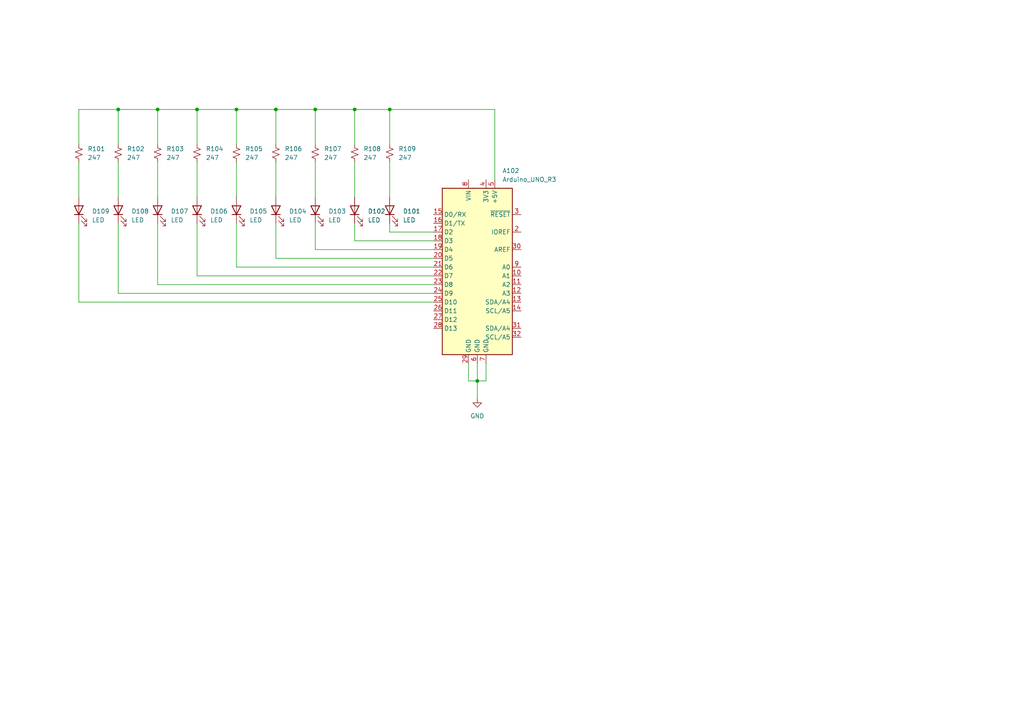
<source format=kicad_sch>
(kicad_sch (version 20230121) (generator eeschema)
  (paper "A4")
  (lib_symbols
    (symbol "Device:LED" (pin_numbers hide) (pin_names (offset 1.016) hide)
      (property "Reference" "D" (at 0 2.54 0))
      (property "Value" "LED" (at 0 -2.54 0))
      (symbol "LED_0_1"
        (polyline (pts (xy -1.27 -1.27) (xy -1.27 1.27)) (stroke (width 0.254)))
        (polyline (pts (xy -1.27 0) (xy 1.27 0)))
        (polyline (pts (xy 1.27 -1.27) (xy 1.27 1.27) (xy -1.27 0) (xy 1.27 -1.27)) (stroke (width 0.254)))
        (polyline (pts (xy -3.048 -0.762) (xy -4.572 -2.286) (xy -3.81 -2.286) (xy -4.572 -2.286) (xy -4.572 -1.524)))
        (polyline (pts (xy -1.778 -0.762) (xy -3.302 -2.286) (xy -2.54 -2.286) (xy -3.302 -2.286) (xy -3.302 -1.524)))
      )
      (symbol "LED_1_1"
        (pin passive line (at -3.81 0 0) (length 2.54) (name "K") (number "1"))
        (pin passive line (at 3.81 0 180) (length 2.54) (name "A") (number "2"))
      )
    )
    (symbol "Device:R_Small_US" (pin_numbers hide) (pin_names (offset 0.254) hide)
      (property "Reference" "R" (at 0.762 0.508 0))
      (property "Value" "R_Small_US" (at 0.762 -1.016 0))
      (symbol "R_Small_US_1_1"
        (polyline (pts (xy 0 0) (xy 1.016 -0.381) (xy 0 -0.762) (xy -1.016 -1.143) (xy 0 -1.524)))
        (polyline (pts (xy 0 1.524) (xy 1.016 1.143) (xy 0 0.762) (xy -1.016 0.381) (xy 0 0)))
        (pin passive line (at 0 2.54 270) (length 1.016) (name "~") (number "1"))
        (pin passive line (at 0 -2.54 90) (length 1.016) (name "~") (number "2"))
      )
    )
    (symbol "MCU_Module:Arduino_UNO_R3"
      (property "Reference" "A" (at -10.16 23.495 0))
      (property "Value" "Arduino_UNO_R3" (at 5.08 -26.67 0))
      (symbol "Arduino_UNO_R3_0_1"
        (rectangle (start -10.16 22.86) (end 10.16 -25.4) (stroke (width 0.254)) (fill (type background)))
      )
      (symbol "Arduino_UNO_R3_1_1"
        (pin no_connect line (at -10.16 -20.32 0) (length 2.54) hide (name "NC") (number "1"))
        (pin bidirectional line (at 12.7 -2.54 180) (length 2.54) (name "A1") (number "10"))
        (pin bidirectional line (at 12.7 -5.08 180) (length 2.54) (name "A2") (number "11"))
        (pin bidirectional line (at 12.7 -7.62 180) (length 2.54) (name "A3") (number "12"))
        (pin bidirectional line (at 12.7 -10.16 180) (length 2.54) (name "SDA/A4") (number "13"))
        (pin bidirectional line (at 12.7 -12.7 180) (length 2.54) (name "SCL/A5") (number "14"))
        (pin bidirectional line (at -12.7 15.24 0) (length 2.54) (name "D0/RX") (number "15"))
        (pin bidirectional line (at -12.7 12.7 0) (length 2.54) (name "D1/TX") (number "16"))
        (pin bidirectional line (at -12.7 10.16 0) (length 2.54) (name "D2") (number "17"))
        (pin bidirectional line (at -12.7 7.62 0) (length 2.54) (name "D3") (number "18"))
        (pin bidirectional line (at -12.7 5.08 0) (length 2.54) (name "D4") (number "19"))
        (pin output line (at 12.7 10.16 180) (length 2.54) (name "IOREF") (number "2"))
        (pin bidirectional line (at -12.7 2.54 0) (length 2.54) (name "D5") (number "20"))
        (pin bidirectional line (at -12.7 0 0) (length 2.54) (name "D6") (number "21"))
        (pin bidirectional line (at -12.7 -2.54 0) (length 2.54) (name "D7") (number "22"))
        (pin bidirectional line (at -12.7 -5.08 0) (length 2.54) (name "D8") (number "23"))
        (pin bidirectional line (at -12.7 -7.62 0) (length 2.54) (name "D9") (number "24"))
        (pin bidirectional line (at -12.7 -10.16 0) (length 2.54) (name "D10") (number "25"))
        (pin bidirectional line (at -12.7 -12.7 0) (length 2.54) (name "D11") (number "26"))
        (pin bidirectional line (at -12.7 -15.24 0) (length 2.54) (name "D12") (number "27"))
        (pin bidirectional line (at -12.7 -17.78 0) (length 2.54) (name "D13") (number "28"))
        (pin power_in line (at -2.54 -27.94 90) (length 2.54) (name "GND") (number "29"))
        (pin input line (at 12.7 15.24 180) (length 2.54) (name "~{RESET}") (number "3"))
        (pin input line (at 12.7 5.08 180) (length 2.54) (name "AREF") (number "30"))
        (pin bidirectional line (at 12.7 -17.78 180) (length 2.54) (name "SDA/A4") (number "31"))
        (pin bidirectional line (at 12.7 -20.32 180) (length 2.54) (name "SCL/A5") (number "32"))
        (pin power_out line (at 2.54 25.4 270) (length 2.54) (name "3V3") (number "4"))
        (pin power_out line (at 5.08 25.4 270) (length 2.54) (name "+5V") (number "5"))
        (pin power_in line (at 0 -27.94 90) (length 2.54) (name "GND") (number "6"))
        (pin power_in line (at 2.54 -27.94 90) (length 2.54) (name "GND") (number "7"))
        (pin power_in line (at -2.54 25.4 270) (length 2.54) (name "VIN") (number "8"))
        (pin bidirectional line (at 12.7 0 180) (length 2.54) (name "A0") (number "9"))
      )
    )
    (symbol "power:GND" (power) (pin_names (offset 0))
      (property "Value" "GND" (at 0 -3.81 0))
      (symbol "GND_0_1"
        (polyline (pts (xy 0 0) (xy 0 -1.27) (xy 1.27 -1.27) (xy 0 -2.54) (xy -1.27 -1.27) (xy 0 -1.27)))
      )
      (symbol "GND_1_1"
        (pin power_in line (at 0 0 270) (length 0) hide (name "GND") (number "1"))
      )
    )
  )
  (junction (at 68.58 31.75))
  (junction (at 113.03 31.75))
  (junction (at 45.72 31.75))
  (junction (at 57.15 31.75))
  (junction (at 34.29 31.75))
  (junction (at 102.87 31.75))
  (junction (at 91.44 31.75))
  (junction (at 80.01 31.75))
  (junction (at 138.43 110.49))
  (wire (pts (xy 140.97 110.49) (xy 138.43 110.49)))
  (wire (pts (xy 68.58 31.75) (xy 80.01 31.75)))
  (wire (pts (xy 34.29 31.75) (xy 45.72 31.75)))
  (wire (pts (xy 80.01 74.93) (xy 125.73 74.93)))
  (wire (pts (xy 45.72 46.99) (xy 45.72 57.15)))
  (wire (pts (xy 138.43 105.41) (xy 138.43 110.49)))
  (wire (pts (xy 135.89 105.41) (xy 135.89 110.49)))
  (wire (pts (xy 113.03 31.75) (xy 113.03 41.91)))
  (wire (pts (xy 91.44 72.39) (xy 125.73 72.39)))
  (wire (pts (xy 143.51 31.75) (xy 143.51 52.07)))
  (wire (pts (xy 113.03 31.75) (xy 143.51 31.75)))
  (wire (pts (xy 68.58 64.77) (xy 68.58 77.47)))
  (wire (pts (xy 45.72 64.77) (xy 45.72 82.55)))
  (wire (pts (xy 80.01 31.75) (xy 91.44 31.75)))
  (wire (pts (xy 113.03 67.31) (xy 125.73 67.31)))
  (wire (pts (xy 91.44 31.75) (xy 102.87 31.75)))
  (wire (pts (xy 68.58 46.99) (xy 68.58 57.15)))
  (wire (pts (xy 45.72 31.75) (xy 57.15 31.75)))
  (wire (pts (xy 22.86 64.77) (xy 22.86 87.63)))
  (wire (pts (xy 135.89 110.49) (xy 138.43 110.49)))
  (wire (pts (xy 91.44 64.77) (xy 91.44 72.39)))
  (wire (pts (xy 80.01 46.99) (xy 80.01 57.15)))
  (wire (pts (xy 57.15 46.99) (xy 57.15 57.15)))
  (wire (pts (xy 22.86 41.91) (xy 22.86 31.75)))
  (wire (pts (xy 80.01 31.75) (xy 80.01 41.91)))
  (wire (pts (xy 140.97 105.41) (xy 140.97 110.49)))
  (wire (pts (xy 22.86 46.99) (xy 22.86 57.15)))
  (wire (pts (xy 34.29 31.75) (xy 34.29 41.91)))
  (wire (pts (xy 138.43 110.49) (xy 138.43 115.57)))
  (wire (pts (xy 102.87 64.77) (xy 102.87 69.85)))
  (wire (pts (xy 91.44 46.99) (xy 91.44 57.15)))
  (wire (pts (xy 57.15 31.75) (xy 68.58 31.75)))
  (wire (pts (xy 57.15 64.77) (xy 57.15 80.01)))
  (wire (pts (xy 102.87 31.75) (xy 113.03 31.75)))
  (wire (pts (xy 45.72 82.55) (xy 125.73 82.55)))
  (wire (pts (xy 22.86 87.63) (xy 125.73 87.63)))
  (wire (pts (xy 57.15 80.01) (xy 125.73 80.01)))
  (wire (pts (xy 113.03 64.77) (xy 113.03 67.31)))
  (wire (pts (xy 113.03 46.99) (xy 113.03 57.15)))
  (wire (pts (xy 34.29 64.77) (xy 34.29 85.09)))
  (wire (pts (xy 34.29 85.09) (xy 125.73 85.09)))
  (wire (pts (xy 102.87 31.75) (xy 102.87 41.91)))
  (wire (pts (xy 45.72 31.75) (xy 45.72 41.91)))
  (wire (pts (xy 80.01 64.77) (xy 80.01 74.93)))
  (wire (pts (xy 34.29 46.99) (xy 34.29 57.15)))
  (wire (pts (xy 102.87 69.85) (xy 125.73 69.85)))
  (wire (pts (xy 68.58 77.47) (xy 125.73 77.47)))
  (wire (pts (xy 57.15 31.75) (xy 57.15 41.91)))
  (wire (pts (xy 22.86 31.75) (xy 34.29 31.75)))
  (wire (pts (xy 102.87 46.99) (xy 102.87 57.15)))
  (wire (pts (xy 68.58 31.75) (xy 68.58 41.91)))
  (wire (pts (xy 91.44 31.75) (xy 91.44 41.91)))
  (symbol (lib_id "Device:LED") (at 113.03 60.96 90) (unit 1)
    (property "Reference" "D101" (at 116.84 61.2775 90) (effects (justify right)))
    (property "Value" "LED" (at 116.84 63.8175 90) (effects (justify right)))
    (property "Footprint" "LED_SMD:LED_0805_2012Metric" (effects hide))
  )
  (symbol (lib_id "Device:R_Small_US") (at 22.86 44.45 0) (unit 1)
    (property "Reference" "R101" (at 25.4 43.18 0) (effects (justify left)))
    (property "Value" "247" (at 25.4 45.72 0) (effects (justify left)))
    (property "Footprint" "Resistor_SMD:R_0603_1608Metric" (effects hide))
  )
  (symbol (lib_id "Device:R_Small_US") (at 34.29 44.45 0) (unit 1)
    (property "Reference" "R102" (at 36.83 43.18 0) (effects (justify left)))
    (property "Value" "247" (at 36.83 45.72 0) (effects (justify left)))
    (property "Footprint" "Resistor_SMD:R_0603_1608Metric" (effects hide))
  )
  (symbol (lib_id "Device:LED") (at 80.01 60.96 90) (unit 1)
    (property "Reference" "D104" (at 83.82 61.2775 90) (effects (justify right)))
    (property "Value" "LED" (at 83.82 63.8175 90) (effects (justify right)))
    (property "Footprint" "LED_SMD:LED_0805_2012Metric" (effects hide))
  )
  (symbol (lib_id "Device:LED") (at 68.58 60.96 90) (unit 1)
    (property "Reference" "D105" (at 72.39 61.2775 90) (effects (justify right)))
    (property "Value" "LED" (at 72.39 63.8175 90) (effects (justify right)))
    (property "Footprint" "LED_SMD:LED_0805_2012Metric" (effects hide))
  )
  (symbol (lib_id "power:GND") (at 138.43 115.57 0) (unit 1)
    (property "Reference" "#PWR0101" (effects hide))
    (property "Value" "GND" (at 138.43 120.65 0))
  )
  (symbol (lib_id "MCU_Module:Arduino_UNO_R3") (at 138.43 77.47 0) (unit 1)
    (property "Reference" "A102" (at 145.7041 49.53 0) (effects (justify left)))
    (property "Value" "Arduino_UNO_R3" (at 145.7041 52.07 0) (effects (justify left)))
    (property "Footprint" "Module:Arduino_UNO_R3" (effects hide))
    (property "Datasheet" "https://www.arduino.cc/en/Main/arduinoBoardUno" (effects hide))
  )
  (symbol (lib_id "Device:LED") (at 91.44 60.96 90) (unit 1)
    (property "Reference" "D103" (at 95.25 61.2775 90) (effects (justify right)))
    (property "Value" "LED" (at 95.25 63.8175 90) (effects (justify right)))
    (property "Footprint" "LED_SMD:LED_0805_2012Metric" (effects hide))
  )
  (symbol (lib_id "Device:R_Small_US") (at 57.15 44.45 0) (unit 1)
    (property "Reference" "R104" (at 59.69 43.18 0) (effects (justify left)))
    (property "Value" "247" (at 59.69 45.72 0) (effects (justify left)))
    (property "Footprint" "Resistor_SMD:R_0603_1608Metric" (effects hide))
  )
  (symbol (lib_id "Device:R_Small_US") (at 80.01 44.45 0) (unit 1)
    (property "Reference" "R106" (at 82.55 43.18 0) (effects (justify left)))
    (property "Value" "247" (at 82.55 45.72 0) (effects (justify left)))
    (property "Footprint" "Resistor_SMD:R_0603_1608Metric" (effects hide))
  )
  (symbol (lib_id "Device:R_Small_US") (at 102.87 44.45 0) (unit 1)
    (property "Reference" "R108" (at 105.41 43.18 0) (effects (justify left)))
    (property "Value" "247" (at 105.41 45.72 0) (effects (justify left)))
    (property "Footprint" "Resistor_SMD:R_0603_1608Metric" (effects hide))
  )
  (symbol (lib_id "Device:LED") (at 57.15 60.96 90) (unit 1)
    (property "Reference" "D106" (at 60.96 61.2775 90) (effects (justify right)))
    (property "Value" "LED" (at 60.96 63.8175 90) (effects (justify right)))
    (property "Footprint" "LED_SMD:LED_0805_2012Metric" (effects hide))
  )
  (symbol (lib_id "Device:R_Small_US") (at 45.72 44.45 0) (unit 1)
    (property "Reference" "R103" (at 48.26 43.18 0) (effects (justify left)))
    (property "Value" "247" (at 48.26 45.72 0) (effects (justify left)))
    (property "Footprint" "Resistor_SMD:R_0603_1608Metric" (effects hide))
  )
  (symbol (lib_id "Device:LED") (at 45.72 60.96 90) (unit 1)
    (property "Reference" "D107" (at 49.53 61.2775 90) (effects (justify right)))
    (property "Value" "LED" (at 49.53 63.8175 90) (effects (justify right)))
    (property "Footprint" "LED_SMD:LED_0805_2012Metric" (effects hide))
  )
  (symbol (lib_id "Device:R_Small_US") (at 91.44 44.45 0) (unit 1)
    (property "Reference" "R107" (at 93.98 43.18 0) (effects (justify left)))
    (property "Value" "247" (at 93.98 45.72 0) (effects (justify left)))
    (property "Footprint" "Resistor_SMD:R_0603_1608Metric" (effects hide))
  )
  (symbol (lib_id "Device:LED") (at 102.87 60.96 90) (unit 1)
    (property "Reference" "D102" (at 106.68 61.2775 90) (effects (justify right)))
    (property "Value" "LED" (at 106.68 63.8175 90) (effects (justify right)))
    (property "Footprint" "LED_SMD:LED_0805_2012Metric" (effects hide))
  )
  (symbol (lib_id "Device:LED") (at 34.29 60.96 90) (unit 1)
    (property "Reference" "D108" (at 38.1 61.2775 90) (effects (justify right)))
    (property "Value" "LED" (at 38.1 63.8175 90) (effects (justify right)))
    (property "Footprint" "LED_SMD:LED_0805_2012Metric" (effects hide))
  )
  (symbol (lib_id "Device:LED") (at 22.86 60.96 90) (unit 1)
    (property "Reference" "D109" (at 26.67 61.2775 90) (effects (justify right)))
    (property "Value" "LED" (at 26.67 63.8175 90) (effects (justify right)))
    (property "Footprint" "LED_SMD:LED_0805_2012Metric" (effects hide))
  )
  (symbol (lib_id "Device:R_Small_US") (at 68.58 44.45 0) (unit 1)
    (property "Reference" "R105" (at 71.12 43.18 0) (effects (justify left)))
    (property "Value" "247" (at 71.12 45.72 0) (effects (justify left)))
    (property "Footprint" "Resistor_SMD:R_0603_1608Metric" (effects hide))
  )
  (symbol (lib_id "Device:R_Small_US") (at 113.03 44.45 0) (unit 1)
    (property "Reference" "R109" (at 115.57 43.18 0) (effects (justify left)))
    (property "Value" "247" (at 115.57 45.72 0) (effects (justify left)))
    (property "Footprint" "Resistor_SMD:R_0603_1608Metric" (effects hide))
  )
)
</source>
